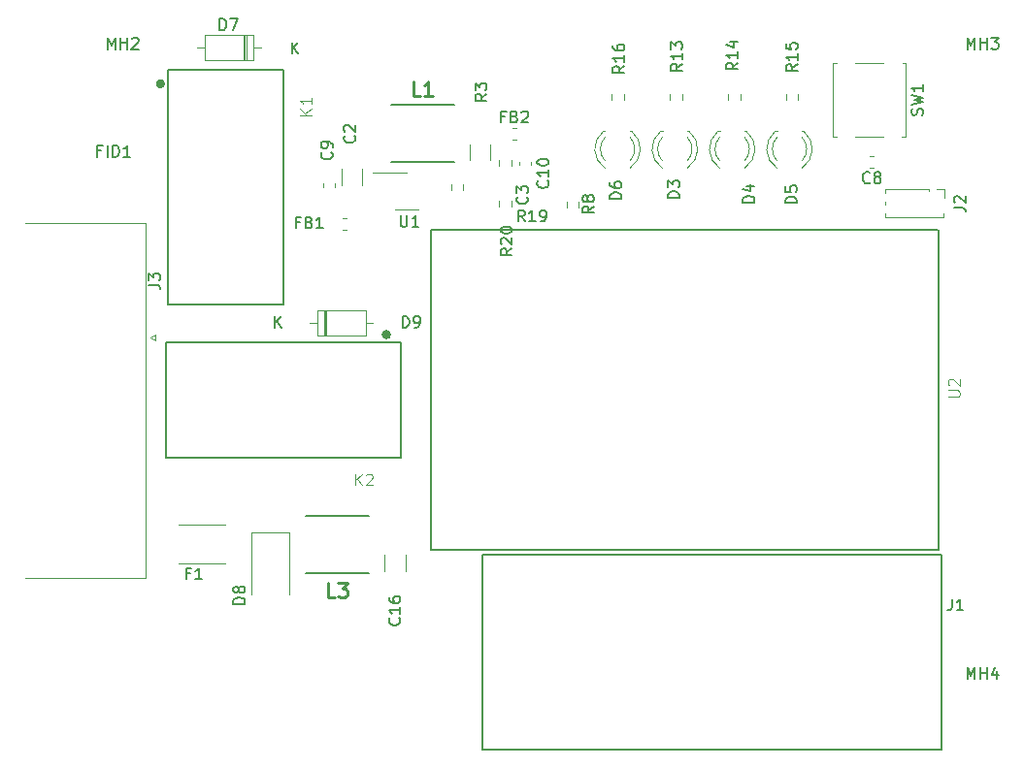
<source format=gbr>
%TF.GenerationSoftware,KiCad,Pcbnew,(5.1.6)-1*%
%TF.CreationDate,2020-11-25T15:36:35+01:00*%
%TF.ProjectId,Board,426f6172-642e-46b6-9963-61645f706362,rev?*%
%TF.SameCoordinates,Original*%
%TF.FileFunction,Legend,Top*%
%TF.FilePolarity,Positive*%
%FSLAX46Y46*%
G04 Gerber Fmt 4.6, Leading zero omitted, Abs format (unit mm)*
G04 Created by KiCad (PCBNEW (5.1.6)-1) date 2020-11-25 15:36:35*
%MOMM*%
%LPD*%
G01*
G04 APERTURE LIST*
%ADD10C,0.120000*%
%ADD11C,0.127000*%
%ADD12C,0.152400*%
%ADD13C,0.400000*%
%ADD14C,0.200000*%
%ADD15C,0.150000*%
%ADD16C,0.015000*%
%ADD17C,0.254000*%
G04 APERTURE END LIST*
D10*
%TO.C,D9*%
X64780000Y-86180000D02*
X64780000Y-88420000D01*
X64780000Y-88420000D02*
X69020000Y-88420000D01*
X69020000Y-88420000D02*
X69020000Y-86180000D01*
X69020000Y-86180000D02*
X64780000Y-86180000D01*
X64130000Y-87300000D02*
X64780000Y-87300000D01*
X69670000Y-87300000D02*
X69020000Y-87300000D01*
X65500000Y-86180000D02*
X65500000Y-88420000D01*
X65620000Y-86180000D02*
X65620000Y-88420000D01*
X65380000Y-86180000D02*
X65380000Y-88420000D01*
D11*
%TO.C,U2*%
X119000000Y-79220000D02*
X119000000Y-107120000D01*
X74732000Y-79200000D02*
X118928000Y-79220000D01*
X74760000Y-107140000D02*
X74760000Y-79220000D01*
X119000000Y-107120000D02*
X74760000Y-107140000D01*
D10*
%TO.C,J3*%
X39320000Y-78605000D02*
X49800000Y-78605000D01*
X49800000Y-78605000D02*
X49800000Y-109575000D01*
X49800000Y-109575000D02*
X39320000Y-109575000D01*
X50694338Y-88300000D02*
X50694338Y-88800000D01*
X50694338Y-88800000D02*
X50261325Y-88550000D01*
X50261325Y-88550000D02*
X50694338Y-88300000D01*
D12*
%TO.C,J1*%
X119230000Y-124580000D02*
X119230000Y-107580000D01*
X119230000Y-124580000D02*
X79230000Y-124580000D01*
X119230000Y-107580000D02*
X79230000Y-107580000D01*
X79230000Y-124580000D02*
X79230000Y-107580000D01*
D13*
%TO.C,K2*%
X71040000Y-88330000D02*
G75*
G03*
X71040000Y-88330000I-200000J0D01*
G01*
D11*
X72100000Y-88990000D02*
X72100000Y-99090000D01*
X72100000Y-99090000D02*
X51600000Y-99090000D01*
X51600000Y-99090000D02*
X51600000Y-88990000D01*
X51600000Y-88990000D02*
X72100000Y-88990000D01*
D14*
%TO.C,L1*%
X71220000Y-73270000D02*
X76720000Y-73270000D01*
X76720000Y-68270000D02*
X71220000Y-68270000D01*
%TO.C,L3*%
X63790000Y-109170000D02*
X69290000Y-109170000D01*
X69290000Y-104170000D02*
X63790000Y-104170000D01*
D10*
%TO.C,U1*%
X72620000Y-74150000D02*
X69620000Y-74150000D01*
X73620000Y-77390000D02*
X71620000Y-77390000D01*
%TO.C,R20*%
X80686500Y-76615276D02*
X80686500Y-77124724D01*
X81731500Y-76615276D02*
X81731500Y-77124724D01*
%TO.C,R19*%
X80686500Y-73115276D02*
X80686500Y-73624724D01*
X81731500Y-73115276D02*
X81731500Y-73624724D01*
%TO.C,R16*%
X91532500Y-67814724D02*
X91532500Y-67305276D01*
X90487500Y-67814724D02*
X90487500Y-67305276D01*
%TO.C,R15*%
X106762500Y-67822224D02*
X106762500Y-67312776D01*
X105717500Y-67822224D02*
X105717500Y-67312776D01*
%TO.C,R14*%
X101692500Y-67812224D02*
X101692500Y-67302776D01*
X100647500Y-67812224D02*
X100647500Y-67302776D01*
%TO.C,R13*%
X96612500Y-67812224D02*
X96612500Y-67302776D01*
X95567500Y-67812224D02*
X95567500Y-67302776D01*
%TO.C,R8*%
X86537500Y-76705276D02*
X86537500Y-77214724D01*
X87582500Y-76705276D02*
X87582500Y-77214724D01*
%TO.C,R3*%
X77542500Y-75712224D02*
X77542500Y-75202776D01*
X76497500Y-75712224D02*
X76497500Y-75202776D01*
%TO.C,C10*%
X82410000Y-73223733D02*
X82410000Y-73516267D01*
X83430000Y-73223733D02*
X83430000Y-73516267D01*
%TO.C,C9*%
X66320000Y-75423767D02*
X66320000Y-75131233D01*
X65300000Y-75423767D02*
X65300000Y-75131233D01*
%TO.C,C8*%
X113326267Y-72740000D02*
X113033733Y-72740000D01*
X113326267Y-73760000D02*
X113033733Y-73760000D01*
%TO.C,FB2*%
X82166267Y-70260000D02*
X81823733Y-70260000D01*
X82166267Y-71280000D02*
X81823733Y-71280000D01*
%TO.C,FB1*%
X67356267Y-78130000D02*
X67013733Y-78130000D01*
X67356267Y-79150000D02*
X67013733Y-79150000D01*
%TO.C,C16*%
X70690000Y-107528748D02*
X70690000Y-108951252D01*
X72510000Y-107528748D02*
X72510000Y-108951252D01*
%TO.C,C3*%
X78110000Y-71701248D02*
X78110000Y-73123752D01*
X79930000Y-71701248D02*
X79930000Y-73123752D01*
%TO.C,C2*%
X68720000Y-75288752D02*
X68720000Y-73866248D01*
X66900000Y-75288752D02*
X66900000Y-73866248D01*
%TO.C,F1*%
X56804564Y-104880000D02*
X52700436Y-104880000D01*
X56804564Y-108300000D02*
X52700436Y-108300000D01*
%TO.C,D8*%
X62350000Y-105590000D02*
X62350000Y-110990000D01*
X59050000Y-105590000D02*
X59050000Y-110990000D01*
X62350000Y-105590000D02*
X59050000Y-105590000D01*
D11*
%TO.C,K1*%
X51790000Y-85670000D02*
X51790000Y-65170000D01*
X61890000Y-85670000D02*
X51790000Y-85670000D01*
X61890000Y-65170000D02*
X61890000Y-85670000D01*
X51790000Y-65170000D02*
X61890000Y-65170000D01*
D13*
X51330000Y-66430000D02*
G75*
G03*
X51330000Y-66430000I-200000J0D01*
G01*
D10*
%TO.C,D7*%
X58620000Y-64370000D02*
X58620000Y-62130000D01*
X58380000Y-64370000D02*
X58380000Y-62130000D01*
X58500000Y-64370000D02*
X58500000Y-62130000D01*
X54330000Y-63250000D02*
X54980000Y-63250000D01*
X59870000Y-63250000D02*
X59220000Y-63250000D01*
X54980000Y-64370000D02*
X59220000Y-64370000D01*
X54980000Y-62130000D02*
X54980000Y-64370000D01*
X59220000Y-62130000D02*
X54980000Y-62130000D01*
X59220000Y-64370000D02*
X59220000Y-62130000D01*
%TO.C,D6*%
X89920000Y-70570000D02*
X89764000Y-70570000D01*
X92236000Y-70570000D02*
X92080000Y-70570000D01*
X92078608Y-73802335D02*
G75*
G03*
X92235516Y-70570000I-1078608J1672335D01*
G01*
X89921392Y-73802335D02*
G75*
G02*
X89764484Y-70570000I1078608J1672335D01*
G01*
X92079837Y-73171130D02*
G75*
G03*
X92080000Y-71089039I-1079837J1041130D01*
G01*
X89920163Y-73171130D02*
G75*
G02*
X89920000Y-71089039I1079837J1041130D01*
G01*
%TO.C,SW1*%
X111750000Y-71040000D02*
X114150000Y-71040000D01*
X109740000Y-71040000D02*
X110150000Y-71040000D01*
X109740000Y-64620000D02*
X109740000Y-71040000D01*
X110150000Y-64620000D02*
X109740000Y-64620000D01*
X114150000Y-64620000D02*
X111750000Y-64620000D01*
X116160000Y-64620000D02*
X115880000Y-64620000D01*
X116160000Y-71040000D02*
X116160000Y-64620000D01*
X115750000Y-71040000D02*
X116160000Y-71040000D01*
%TO.C,J2*%
X119555000Y-75660000D02*
X119555000Y-76370000D01*
X118870000Y-75660000D02*
X119555000Y-75660000D01*
X119430000Y-77764493D02*
X119430000Y-78080000D01*
X118185000Y-75660000D02*
X118185000Y-75761724D01*
X119430000Y-78080000D02*
X114310000Y-78080000D01*
X118185000Y-75660000D02*
X114310000Y-75660000D01*
X114310000Y-76764493D02*
X114310000Y-76975507D01*
X114310000Y-77764493D02*
X114310000Y-78080000D01*
X114310000Y-75660000D02*
X114310000Y-75975507D01*
%TO.C,D5*%
X104920000Y-70570000D02*
X104764000Y-70570000D01*
X107236000Y-70570000D02*
X107080000Y-70570000D01*
X107078608Y-73802335D02*
G75*
G03*
X107235516Y-70570000I-1078608J1672335D01*
G01*
X104921392Y-73802335D02*
G75*
G02*
X104764484Y-70570000I1078608J1672335D01*
G01*
X107079837Y-73171130D02*
G75*
G03*
X107080000Y-71089039I-1079837J1041130D01*
G01*
X104920163Y-73171130D02*
G75*
G02*
X104920000Y-71089039I1079837J1041130D01*
G01*
%TO.C,D4*%
X99920000Y-70570000D02*
X99764000Y-70570000D01*
X102236000Y-70570000D02*
X102080000Y-70570000D01*
X102078608Y-73802335D02*
G75*
G03*
X102235516Y-70570000I-1078608J1672335D01*
G01*
X99921392Y-73802335D02*
G75*
G02*
X99764484Y-70570000I1078608J1672335D01*
G01*
X102079837Y-73171130D02*
G75*
G03*
X102080000Y-71089039I-1079837J1041130D01*
G01*
X99920163Y-73171130D02*
G75*
G02*
X99920000Y-71089039I1079837J1041130D01*
G01*
%TO.C,D3*%
X94920000Y-70570000D02*
X94764000Y-70570000D01*
X97236000Y-70570000D02*
X97080000Y-70570000D01*
X97078608Y-73802335D02*
G75*
G03*
X97235516Y-70570000I-1078608J1672335D01*
G01*
X94921392Y-73802335D02*
G75*
G02*
X94764484Y-70570000I1078608J1672335D01*
G01*
X97079837Y-73171130D02*
G75*
G03*
X97080000Y-71089039I-1079837J1041130D01*
G01*
X94920163Y-73171130D02*
G75*
G02*
X94920000Y-71089039I1079837J1041130D01*
G01*
%TO.C,FID1*%
D15*
X45968571Y-72278571D02*
X45635238Y-72278571D01*
X45635238Y-72802380D02*
X45635238Y-71802380D01*
X46111428Y-71802380D01*
X46492380Y-72802380D02*
X46492380Y-71802380D01*
X46968571Y-72802380D02*
X46968571Y-71802380D01*
X47206666Y-71802380D01*
X47349523Y-71850000D01*
X47444761Y-71945238D01*
X47492380Y-72040476D01*
X47540000Y-72230952D01*
X47540000Y-72373809D01*
X47492380Y-72564285D01*
X47444761Y-72659523D01*
X47349523Y-72754761D01*
X47206666Y-72802380D01*
X46968571Y-72802380D01*
X48492380Y-72802380D02*
X47920952Y-72802380D01*
X48206666Y-72802380D02*
X48206666Y-71802380D01*
X48111428Y-71945238D01*
X48016190Y-72040476D01*
X47920952Y-72088095D01*
%TO.C,MH4*%
X121506666Y-118402380D02*
X121506666Y-117402380D01*
X121840000Y-118116666D01*
X122173333Y-117402380D01*
X122173333Y-118402380D01*
X122649523Y-118402380D02*
X122649523Y-117402380D01*
X122649523Y-117878571D02*
X123220952Y-117878571D01*
X123220952Y-118402380D02*
X123220952Y-117402380D01*
X124125714Y-117735714D02*
X124125714Y-118402380D01*
X123887619Y-117354761D02*
X123649523Y-118069047D01*
X124268571Y-118069047D01*
%TO.C,MH3*%
X121506666Y-63402380D02*
X121506666Y-62402380D01*
X121840000Y-63116666D01*
X122173333Y-62402380D01*
X122173333Y-63402380D01*
X122649523Y-63402380D02*
X122649523Y-62402380D01*
X122649523Y-62878571D02*
X123220952Y-62878571D01*
X123220952Y-63402380D02*
X123220952Y-62402380D01*
X123601904Y-62402380D02*
X124220952Y-62402380D01*
X123887619Y-62783333D01*
X124030476Y-62783333D01*
X124125714Y-62830952D01*
X124173333Y-62878571D01*
X124220952Y-62973809D01*
X124220952Y-63211904D01*
X124173333Y-63307142D01*
X124125714Y-63354761D01*
X124030476Y-63402380D01*
X123744761Y-63402380D01*
X123649523Y-63354761D01*
X123601904Y-63307142D01*
%TO.C,MH2*%
X46506666Y-63402380D02*
X46506666Y-62402380D01*
X46840000Y-63116666D01*
X47173333Y-62402380D01*
X47173333Y-63402380D01*
X47649523Y-63402380D02*
X47649523Y-62402380D01*
X47649523Y-62878571D02*
X48220952Y-62878571D01*
X48220952Y-63402380D02*
X48220952Y-62402380D01*
X48649523Y-62497619D02*
X48697142Y-62450000D01*
X48792380Y-62402380D01*
X49030476Y-62402380D01*
X49125714Y-62450000D01*
X49173333Y-62497619D01*
X49220952Y-62592857D01*
X49220952Y-62688095D01*
X49173333Y-62830952D01*
X48601904Y-63402380D01*
X49220952Y-63402380D01*
%TO.C,D9*%
X72251904Y-87702380D02*
X72251904Y-86702380D01*
X72490000Y-86702380D01*
X72632857Y-86750000D01*
X72728095Y-86845238D01*
X72775714Y-86940476D01*
X72823333Y-87130952D01*
X72823333Y-87273809D01*
X72775714Y-87464285D01*
X72728095Y-87559523D01*
X72632857Y-87654761D01*
X72490000Y-87702380D01*
X72251904Y-87702380D01*
X73299523Y-87702380D02*
X73490000Y-87702380D01*
X73585238Y-87654761D01*
X73632857Y-87607142D01*
X73728095Y-87464285D01*
X73775714Y-87273809D01*
X73775714Y-86892857D01*
X73728095Y-86797619D01*
X73680476Y-86750000D01*
X73585238Y-86702380D01*
X73394761Y-86702380D01*
X73299523Y-86750000D01*
X73251904Y-86797619D01*
X73204285Y-86892857D01*
X73204285Y-87130952D01*
X73251904Y-87226190D01*
X73299523Y-87273809D01*
X73394761Y-87321428D01*
X73585238Y-87321428D01*
X73680476Y-87273809D01*
X73728095Y-87226190D01*
X73775714Y-87130952D01*
X61128095Y-87752380D02*
X61128095Y-86752380D01*
X61699523Y-87752380D02*
X61270952Y-87180952D01*
X61699523Y-86752380D02*
X61128095Y-87323809D01*
%TO.C,U2*%
D16*
X119842169Y-93762198D02*
X120652005Y-93762198D01*
X120747280Y-93714561D01*
X120794918Y-93666924D01*
X120842555Y-93571649D01*
X120842555Y-93381099D01*
X120794918Y-93285824D01*
X120747280Y-93238187D01*
X120652005Y-93190549D01*
X119842169Y-93190549D01*
X119937444Y-92761812D02*
X119889807Y-92714175D01*
X119842169Y-92618900D01*
X119842169Y-92380713D01*
X119889807Y-92285438D01*
X119937444Y-92237801D01*
X120032719Y-92190163D01*
X120127994Y-92190163D01*
X120270906Y-92237801D01*
X120842555Y-92809450D01*
X120842555Y-92190163D01*
%TO.C,J3*%
D15*
X50092380Y-83983333D02*
X50806666Y-83983333D01*
X50949523Y-84030952D01*
X51044761Y-84126190D01*
X51092380Y-84269047D01*
X51092380Y-84364285D01*
X50092380Y-83602380D02*
X50092380Y-82983333D01*
X50473333Y-83316666D01*
X50473333Y-83173809D01*
X50520952Y-83078571D01*
X50568571Y-83030952D01*
X50663809Y-82983333D01*
X50901904Y-82983333D01*
X50997142Y-83030952D01*
X51044761Y-83078571D01*
X51092380Y-83173809D01*
X51092380Y-83459523D01*
X51044761Y-83554761D01*
X50997142Y-83602380D01*
%TO.C,J1*%
X120156666Y-111402380D02*
X120156666Y-112116666D01*
X120109047Y-112259523D01*
X120013809Y-112354761D01*
X119870952Y-112402380D01*
X119775714Y-112402380D01*
X121156666Y-112402380D02*
X120585238Y-112402380D01*
X120870952Y-112402380D02*
X120870952Y-111402380D01*
X120775714Y-111545238D01*
X120680476Y-111640476D01*
X120585238Y-111688095D01*
%TO.C,K2*%
D16*
X68107726Y-101490284D02*
X68107726Y-100488552D01*
X68680144Y-101490284D02*
X68250830Y-100917866D01*
X68680144Y-100488552D02*
X68107726Y-101060970D01*
X69061756Y-100583955D02*
X69109458Y-100536254D01*
X69204861Y-100488552D01*
X69443369Y-100488552D01*
X69538772Y-100536254D01*
X69586473Y-100583955D01*
X69634175Y-100679358D01*
X69634175Y-100774761D01*
X69586473Y-100917866D01*
X69014055Y-101490284D01*
X69634175Y-101490284D01*
%TO.C,L1*%
D17*
X73778333Y-67474523D02*
X73173571Y-67474523D01*
X73173571Y-66204523D01*
X74866904Y-67474523D02*
X74141190Y-67474523D01*
X74504047Y-67474523D02*
X74504047Y-66204523D01*
X74383095Y-66385952D01*
X74262142Y-66506904D01*
X74141190Y-66567380D01*
%TO.C,L3*%
X66328333Y-111274523D02*
X65723571Y-111274523D01*
X65723571Y-110004523D01*
X66630714Y-110004523D02*
X67416904Y-110004523D01*
X66993571Y-110488333D01*
X67175000Y-110488333D01*
X67295952Y-110548809D01*
X67356428Y-110609285D01*
X67416904Y-110730238D01*
X67416904Y-111032619D01*
X67356428Y-111153571D01*
X67295952Y-111214047D01*
X67175000Y-111274523D01*
X66812142Y-111274523D01*
X66691190Y-111214047D01*
X66630714Y-111153571D01*
%TO.C,U1*%
D15*
X72078095Y-77902380D02*
X72078095Y-78711904D01*
X72125714Y-78807142D01*
X72173333Y-78854761D01*
X72268571Y-78902380D01*
X72459047Y-78902380D01*
X72554285Y-78854761D01*
X72601904Y-78807142D01*
X72649523Y-78711904D01*
X72649523Y-77902380D01*
X73649523Y-78902380D02*
X73078095Y-78902380D01*
X73363809Y-78902380D02*
X73363809Y-77902380D01*
X73268571Y-78045238D01*
X73173333Y-78140476D01*
X73078095Y-78188095D01*
%TO.C,R20*%
X81788380Y-80814857D02*
X81312190Y-81148190D01*
X81788380Y-81386285D02*
X80788380Y-81386285D01*
X80788380Y-81005333D01*
X80836000Y-80910095D01*
X80883619Y-80862476D01*
X80978857Y-80814857D01*
X81121714Y-80814857D01*
X81216952Y-80862476D01*
X81264571Y-80910095D01*
X81312190Y-81005333D01*
X81312190Y-81386285D01*
X80883619Y-80433904D02*
X80836000Y-80386285D01*
X80788380Y-80291047D01*
X80788380Y-80052952D01*
X80836000Y-79957714D01*
X80883619Y-79910095D01*
X80978857Y-79862476D01*
X81074095Y-79862476D01*
X81216952Y-79910095D01*
X81788380Y-80481523D01*
X81788380Y-79862476D01*
X80788380Y-79243428D02*
X80788380Y-79148190D01*
X80836000Y-79052952D01*
X80883619Y-79005333D01*
X80978857Y-78957714D01*
X81169333Y-78910095D01*
X81407428Y-78910095D01*
X81597904Y-78957714D01*
X81693142Y-79005333D01*
X81740761Y-79052952D01*
X81788380Y-79148190D01*
X81788380Y-79243428D01*
X81740761Y-79338666D01*
X81693142Y-79386285D01*
X81597904Y-79433904D01*
X81407428Y-79481523D01*
X81169333Y-79481523D01*
X80978857Y-79433904D01*
X80883619Y-79386285D01*
X80836000Y-79338666D01*
X80788380Y-79243428D01*
%TO.C,R19*%
X82897142Y-78452380D02*
X82563809Y-77976190D01*
X82325714Y-78452380D02*
X82325714Y-77452380D01*
X82706666Y-77452380D01*
X82801904Y-77500000D01*
X82849523Y-77547619D01*
X82897142Y-77642857D01*
X82897142Y-77785714D01*
X82849523Y-77880952D01*
X82801904Y-77928571D01*
X82706666Y-77976190D01*
X82325714Y-77976190D01*
X83849523Y-78452380D02*
X83278095Y-78452380D01*
X83563809Y-78452380D02*
X83563809Y-77452380D01*
X83468571Y-77595238D01*
X83373333Y-77690476D01*
X83278095Y-77738095D01*
X84325714Y-78452380D02*
X84516190Y-78452380D01*
X84611428Y-78404761D01*
X84659047Y-78357142D01*
X84754285Y-78214285D01*
X84801904Y-78023809D01*
X84801904Y-77642857D01*
X84754285Y-77547619D01*
X84706666Y-77500000D01*
X84611428Y-77452380D01*
X84420952Y-77452380D01*
X84325714Y-77500000D01*
X84278095Y-77547619D01*
X84230476Y-77642857D01*
X84230476Y-77880952D01*
X84278095Y-77976190D01*
X84325714Y-78023809D01*
X84420952Y-78071428D01*
X84611428Y-78071428D01*
X84706666Y-78023809D01*
X84754285Y-77976190D01*
X84801904Y-77880952D01*
%TO.C,R16*%
X91592380Y-64892857D02*
X91116190Y-65226190D01*
X91592380Y-65464285D02*
X90592380Y-65464285D01*
X90592380Y-65083333D01*
X90640000Y-64988095D01*
X90687619Y-64940476D01*
X90782857Y-64892857D01*
X90925714Y-64892857D01*
X91020952Y-64940476D01*
X91068571Y-64988095D01*
X91116190Y-65083333D01*
X91116190Y-65464285D01*
X91592380Y-63940476D02*
X91592380Y-64511904D01*
X91592380Y-64226190D02*
X90592380Y-64226190D01*
X90735238Y-64321428D01*
X90830476Y-64416666D01*
X90878095Y-64511904D01*
X90592380Y-63083333D02*
X90592380Y-63273809D01*
X90640000Y-63369047D01*
X90687619Y-63416666D01*
X90830476Y-63511904D01*
X91020952Y-63559523D01*
X91401904Y-63559523D01*
X91497142Y-63511904D01*
X91544761Y-63464285D01*
X91592380Y-63369047D01*
X91592380Y-63178571D01*
X91544761Y-63083333D01*
X91497142Y-63035714D01*
X91401904Y-62988095D01*
X91163809Y-62988095D01*
X91068571Y-63035714D01*
X91020952Y-63083333D01*
X90973333Y-63178571D01*
X90973333Y-63369047D01*
X91020952Y-63464285D01*
X91068571Y-63511904D01*
X91163809Y-63559523D01*
%TO.C,R15*%
X106692380Y-64742857D02*
X106216190Y-65076190D01*
X106692380Y-65314285D02*
X105692380Y-65314285D01*
X105692380Y-64933333D01*
X105740000Y-64838095D01*
X105787619Y-64790476D01*
X105882857Y-64742857D01*
X106025714Y-64742857D01*
X106120952Y-64790476D01*
X106168571Y-64838095D01*
X106216190Y-64933333D01*
X106216190Y-65314285D01*
X106692380Y-63790476D02*
X106692380Y-64361904D01*
X106692380Y-64076190D02*
X105692380Y-64076190D01*
X105835238Y-64171428D01*
X105930476Y-64266666D01*
X105978095Y-64361904D01*
X105692380Y-62885714D02*
X105692380Y-63361904D01*
X106168571Y-63409523D01*
X106120952Y-63361904D01*
X106073333Y-63266666D01*
X106073333Y-63028571D01*
X106120952Y-62933333D01*
X106168571Y-62885714D01*
X106263809Y-62838095D01*
X106501904Y-62838095D01*
X106597142Y-62885714D01*
X106644761Y-62933333D01*
X106692380Y-63028571D01*
X106692380Y-63266666D01*
X106644761Y-63361904D01*
X106597142Y-63409523D01*
%TO.C,R14*%
X101492380Y-64592857D02*
X101016190Y-64926190D01*
X101492380Y-65164285D02*
X100492380Y-65164285D01*
X100492380Y-64783333D01*
X100540000Y-64688095D01*
X100587619Y-64640476D01*
X100682857Y-64592857D01*
X100825714Y-64592857D01*
X100920952Y-64640476D01*
X100968571Y-64688095D01*
X101016190Y-64783333D01*
X101016190Y-65164285D01*
X101492380Y-63640476D02*
X101492380Y-64211904D01*
X101492380Y-63926190D02*
X100492380Y-63926190D01*
X100635238Y-64021428D01*
X100730476Y-64116666D01*
X100778095Y-64211904D01*
X100825714Y-62783333D02*
X101492380Y-62783333D01*
X100444761Y-63021428D02*
X101159047Y-63259523D01*
X101159047Y-62640476D01*
%TO.C,R13*%
X96642380Y-64692857D02*
X96166190Y-65026190D01*
X96642380Y-65264285D02*
X95642380Y-65264285D01*
X95642380Y-64883333D01*
X95690000Y-64788095D01*
X95737619Y-64740476D01*
X95832857Y-64692857D01*
X95975714Y-64692857D01*
X96070952Y-64740476D01*
X96118571Y-64788095D01*
X96166190Y-64883333D01*
X96166190Y-65264285D01*
X96642380Y-63740476D02*
X96642380Y-64311904D01*
X96642380Y-64026190D02*
X95642380Y-64026190D01*
X95785238Y-64121428D01*
X95880476Y-64216666D01*
X95928095Y-64311904D01*
X95642380Y-63407142D02*
X95642380Y-62788095D01*
X96023333Y-63121428D01*
X96023333Y-62978571D01*
X96070952Y-62883333D01*
X96118571Y-62835714D01*
X96213809Y-62788095D01*
X96451904Y-62788095D01*
X96547142Y-62835714D01*
X96594761Y-62883333D01*
X96642380Y-62978571D01*
X96642380Y-63264285D01*
X96594761Y-63359523D01*
X96547142Y-63407142D01*
%TO.C,R8*%
X88942380Y-77126666D02*
X88466190Y-77460000D01*
X88942380Y-77698095D02*
X87942380Y-77698095D01*
X87942380Y-77317142D01*
X87990000Y-77221904D01*
X88037619Y-77174285D01*
X88132857Y-77126666D01*
X88275714Y-77126666D01*
X88370952Y-77174285D01*
X88418571Y-77221904D01*
X88466190Y-77317142D01*
X88466190Y-77698095D01*
X88370952Y-76555238D02*
X88323333Y-76650476D01*
X88275714Y-76698095D01*
X88180476Y-76745714D01*
X88132857Y-76745714D01*
X88037619Y-76698095D01*
X87990000Y-76650476D01*
X87942380Y-76555238D01*
X87942380Y-76364761D01*
X87990000Y-76269523D01*
X88037619Y-76221904D01*
X88132857Y-76174285D01*
X88180476Y-76174285D01*
X88275714Y-76221904D01*
X88323333Y-76269523D01*
X88370952Y-76364761D01*
X88370952Y-76555238D01*
X88418571Y-76650476D01*
X88466190Y-76698095D01*
X88561428Y-76745714D01*
X88751904Y-76745714D01*
X88847142Y-76698095D01*
X88894761Y-76650476D01*
X88942380Y-76555238D01*
X88942380Y-76364761D01*
X88894761Y-76269523D01*
X88847142Y-76221904D01*
X88751904Y-76174285D01*
X88561428Y-76174285D01*
X88466190Y-76221904D01*
X88418571Y-76269523D01*
X88370952Y-76364761D01*
%TO.C,R3*%
X79592380Y-67316666D02*
X79116190Y-67650000D01*
X79592380Y-67888095D02*
X78592380Y-67888095D01*
X78592380Y-67507142D01*
X78640000Y-67411904D01*
X78687619Y-67364285D01*
X78782857Y-67316666D01*
X78925714Y-67316666D01*
X79020952Y-67364285D01*
X79068571Y-67411904D01*
X79116190Y-67507142D01*
X79116190Y-67888095D01*
X78592380Y-66983333D02*
X78592380Y-66364285D01*
X78973333Y-66697619D01*
X78973333Y-66554761D01*
X79020952Y-66459523D01*
X79068571Y-66411904D01*
X79163809Y-66364285D01*
X79401904Y-66364285D01*
X79497142Y-66411904D01*
X79544761Y-66459523D01*
X79592380Y-66554761D01*
X79592380Y-66840476D01*
X79544761Y-66935714D01*
X79497142Y-66983333D01*
%TO.C,C10*%
X84897142Y-74892857D02*
X84944761Y-74940476D01*
X84992380Y-75083333D01*
X84992380Y-75178571D01*
X84944761Y-75321428D01*
X84849523Y-75416666D01*
X84754285Y-75464285D01*
X84563809Y-75511904D01*
X84420952Y-75511904D01*
X84230476Y-75464285D01*
X84135238Y-75416666D01*
X84040000Y-75321428D01*
X83992380Y-75178571D01*
X83992380Y-75083333D01*
X84040000Y-74940476D01*
X84087619Y-74892857D01*
X84992380Y-73940476D02*
X84992380Y-74511904D01*
X84992380Y-74226190D02*
X83992380Y-74226190D01*
X84135238Y-74321428D01*
X84230476Y-74416666D01*
X84278095Y-74511904D01*
X83992380Y-73321428D02*
X83992380Y-73226190D01*
X84040000Y-73130952D01*
X84087619Y-73083333D01*
X84182857Y-73035714D01*
X84373333Y-72988095D01*
X84611428Y-72988095D01*
X84801904Y-73035714D01*
X84897142Y-73083333D01*
X84944761Y-73130952D01*
X84992380Y-73226190D01*
X84992380Y-73321428D01*
X84944761Y-73416666D01*
X84897142Y-73464285D01*
X84801904Y-73511904D01*
X84611428Y-73559523D01*
X84373333Y-73559523D01*
X84182857Y-73511904D01*
X84087619Y-73464285D01*
X84040000Y-73416666D01*
X83992380Y-73321428D01*
%TO.C,C9*%
X66040142Y-72422666D02*
X66087761Y-72470285D01*
X66135380Y-72613142D01*
X66135380Y-72708380D01*
X66087761Y-72851238D01*
X65992523Y-72946476D01*
X65897285Y-72994095D01*
X65706809Y-73041714D01*
X65563952Y-73041714D01*
X65373476Y-72994095D01*
X65278238Y-72946476D01*
X65183000Y-72851238D01*
X65135380Y-72708380D01*
X65135380Y-72613142D01*
X65183000Y-72470285D01*
X65230619Y-72422666D01*
X66135380Y-71946476D02*
X66135380Y-71756000D01*
X66087761Y-71660761D01*
X66040142Y-71613142D01*
X65897285Y-71517904D01*
X65706809Y-71470285D01*
X65325857Y-71470285D01*
X65230619Y-71517904D01*
X65183000Y-71565523D01*
X65135380Y-71660761D01*
X65135380Y-71851238D01*
X65183000Y-71946476D01*
X65230619Y-71994095D01*
X65325857Y-72041714D01*
X65563952Y-72041714D01*
X65659190Y-71994095D01*
X65706809Y-71946476D01*
X65754428Y-71851238D01*
X65754428Y-71660761D01*
X65706809Y-71565523D01*
X65659190Y-71517904D01*
X65563952Y-71470285D01*
%TO.C,C8*%
X113013333Y-75037142D02*
X112965714Y-75084761D01*
X112822857Y-75132380D01*
X112727619Y-75132380D01*
X112584761Y-75084761D01*
X112489523Y-74989523D01*
X112441904Y-74894285D01*
X112394285Y-74703809D01*
X112394285Y-74560952D01*
X112441904Y-74370476D01*
X112489523Y-74275238D01*
X112584761Y-74180000D01*
X112727619Y-74132380D01*
X112822857Y-74132380D01*
X112965714Y-74180000D01*
X113013333Y-74227619D01*
X113584761Y-74560952D02*
X113489523Y-74513333D01*
X113441904Y-74465714D01*
X113394285Y-74370476D01*
X113394285Y-74322857D01*
X113441904Y-74227619D01*
X113489523Y-74180000D01*
X113584761Y-74132380D01*
X113775238Y-74132380D01*
X113870476Y-74180000D01*
X113918095Y-74227619D01*
X113965714Y-74322857D01*
X113965714Y-74370476D01*
X113918095Y-74465714D01*
X113870476Y-74513333D01*
X113775238Y-74560952D01*
X113584761Y-74560952D01*
X113489523Y-74608571D01*
X113441904Y-74656190D01*
X113394285Y-74751428D01*
X113394285Y-74941904D01*
X113441904Y-75037142D01*
X113489523Y-75084761D01*
X113584761Y-75132380D01*
X113775238Y-75132380D01*
X113870476Y-75084761D01*
X113918095Y-75037142D01*
X113965714Y-74941904D01*
X113965714Y-74751428D01*
X113918095Y-74656190D01*
X113870476Y-74608571D01*
X113775238Y-74560952D01*
%TO.C,FB2*%
X81161666Y-69301571D02*
X80828333Y-69301571D01*
X80828333Y-69825380D02*
X80828333Y-68825380D01*
X81304523Y-68825380D01*
X82018809Y-69301571D02*
X82161666Y-69349190D01*
X82209285Y-69396809D01*
X82256904Y-69492047D01*
X82256904Y-69634904D01*
X82209285Y-69730142D01*
X82161666Y-69777761D01*
X82066428Y-69825380D01*
X81685476Y-69825380D01*
X81685476Y-68825380D01*
X82018809Y-68825380D01*
X82114047Y-68873000D01*
X82161666Y-68920619D01*
X82209285Y-69015857D01*
X82209285Y-69111095D01*
X82161666Y-69206333D01*
X82114047Y-69253952D01*
X82018809Y-69301571D01*
X81685476Y-69301571D01*
X82637857Y-68920619D02*
X82685476Y-68873000D01*
X82780714Y-68825380D01*
X83018809Y-68825380D01*
X83114047Y-68873000D01*
X83161666Y-68920619D01*
X83209285Y-69015857D01*
X83209285Y-69111095D01*
X83161666Y-69253952D01*
X82590238Y-69825380D01*
X83209285Y-69825380D01*
%TO.C,FB1*%
X63256666Y-78528571D02*
X62923333Y-78528571D01*
X62923333Y-79052380D02*
X62923333Y-78052380D01*
X63399523Y-78052380D01*
X64113809Y-78528571D02*
X64256666Y-78576190D01*
X64304285Y-78623809D01*
X64351904Y-78719047D01*
X64351904Y-78861904D01*
X64304285Y-78957142D01*
X64256666Y-79004761D01*
X64161428Y-79052380D01*
X63780476Y-79052380D01*
X63780476Y-78052380D01*
X64113809Y-78052380D01*
X64209047Y-78100000D01*
X64256666Y-78147619D01*
X64304285Y-78242857D01*
X64304285Y-78338095D01*
X64256666Y-78433333D01*
X64209047Y-78480952D01*
X64113809Y-78528571D01*
X63780476Y-78528571D01*
X65304285Y-79052380D02*
X64732857Y-79052380D01*
X65018571Y-79052380D02*
X65018571Y-78052380D01*
X64923333Y-78195238D01*
X64828095Y-78290476D01*
X64732857Y-78338095D01*
%TO.C,C16*%
X71957142Y-113073857D02*
X72004761Y-113121476D01*
X72052380Y-113264333D01*
X72052380Y-113359571D01*
X72004761Y-113502428D01*
X71909523Y-113597666D01*
X71814285Y-113645285D01*
X71623809Y-113692904D01*
X71480952Y-113692904D01*
X71290476Y-113645285D01*
X71195238Y-113597666D01*
X71100000Y-113502428D01*
X71052380Y-113359571D01*
X71052380Y-113264333D01*
X71100000Y-113121476D01*
X71147619Y-113073857D01*
X72052380Y-112121476D02*
X72052380Y-112692904D01*
X72052380Y-112407190D02*
X71052380Y-112407190D01*
X71195238Y-112502428D01*
X71290476Y-112597666D01*
X71338095Y-112692904D01*
X71052380Y-111264333D02*
X71052380Y-111454809D01*
X71100000Y-111550047D01*
X71147619Y-111597666D01*
X71290476Y-111692904D01*
X71480952Y-111740523D01*
X71861904Y-111740523D01*
X71957142Y-111692904D01*
X72004761Y-111645285D01*
X72052380Y-111550047D01*
X72052380Y-111359571D01*
X72004761Y-111264333D01*
X71957142Y-111216714D01*
X71861904Y-111169095D01*
X71623809Y-111169095D01*
X71528571Y-111216714D01*
X71480952Y-111264333D01*
X71433333Y-111359571D01*
X71433333Y-111550047D01*
X71480952Y-111645285D01*
X71528571Y-111692904D01*
X71623809Y-111740523D01*
%TO.C,C3*%
X83097142Y-76316666D02*
X83144761Y-76364285D01*
X83192380Y-76507142D01*
X83192380Y-76602380D01*
X83144761Y-76745238D01*
X83049523Y-76840476D01*
X82954285Y-76888095D01*
X82763809Y-76935714D01*
X82620952Y-76935714D01*
X82430476Y-76888095D01*
X82335238Y-76840476D01*
X82240000Y-76745238D01*
X82192380Y-76602380D01*
X82192380Y-76507142D01*
X82240000Y-76364285D01*
X82287619Y-76316666D01*
X82192380Y-75983333D02*
X82192380Y-75364285D01*
X82573333Y-75697619D01*
X82573333Y-75554761D01*
X82620952Y-75459523D01*
X82668571Y-75411904D01*
X82763809Y-75364285D01*
X83001904Y-75364285D01*
X83097142Y-75411904D01*
X83144761Y-75459523D01*
X83192380Y-75554761D01*
X83192380Y-75840476D01*
X83144761Y-75935714D01*
X83097142Y-75983333D01*
%TO.C,C2*%
X68040142Y-70972666D02*
X68087761Y-71020285D01*
X68135380Y-71163142D01*
X68135380Y-71258380D01*
X68087761Y-71401238D01*
X67992523Y-71496476D01*
X67897285Y-71544095D01*
X67706809Y-71591714D01*
X67563952Y-71591714D01*
X67373476Y-71544095D01*
X67278238Y-71496476D01*
X67183000Y-71401238D01*
X67135380Y-71258380D01*
X67135380Y-71163142D01*
X67183000Y-71020285D01*
X67230619Y-70972666D01*
X67230619Y-70591714D02*
X67183000Y-70544095D01*
X67135380Y-70448857D01*
X67135380Y-70210761D01*
X67183000Y-70115523D01*
X67230619Y-70067904D01*
X67325857Y-70020285D01*
X67421095Y-70020285D01*
X67563952Y-70067904D01*
X68135380Y-70639333D01*
X68135380Y-70020285D01*
%TO.C,F1*%
X53706666Y-109178571D02*
X53373333Y-109178571D01*
X53373333Y-109702380D02*
X53373333Y-108702380D01*
X53849523Y-108702380D01*
X54754285Y-109702380D02*
X54182857Y-109702380D01*
X54468571Y-109702380D02*
X54468571Y-108702380D01*
X54373333Y-108845238D01*
X54278095Y-108940476D01*
X54182857Y-108988095D01*
%TO.C,D8*%
X58492380Y-111838095D02*
X57492380Y-111838095D01*
X57492380Y-111600000D01*
X57540000Y-111457142D01*
X57635238Y-111361904D01*
X57730476Y-111314285D01*
X57920952Y-111266666D01*
X58063809Y-111266666D01*
X58254285Y-111314285D01*
X58349523Y-111361904D01*
X58444761Y-111457142D01*
X58492380Y-111600000D01*
X58492380Y-111838095D01*
X57920952Y-110695238D02*
X57873333Y-110790476D01*
X57825714Y-110838095D01*
X57730476Y-110885714D01*
X57682857Y-110885714D01*
X57587619Y-110838095D01*
X57540000Y-110790476D01*
X57492380Y-110695238D01*
X57492380Y-110504761D01*
X57540000Y-110409523D01*
X57587619Y-110361904D01*
X57682857Y-110314285D01*
X57730476Y-110314285D01*
X57825714Y-110361904D01*
X57873333Y-110409523D01*
X57920952Y-110504761D01*
X57920952Y-110695238D01*
X57968571Y-110790476D01*
X58016190Y-110838095D01*
X58111428Y-110885714D01*
X58301904Y-110885714D01*
X58397142Y-110838095D01*
X58444761Y-110790476D01*
X58492380Y-110695238D01*
X58492380Y-110504761D01*
X58444761Y-110409523D01*
X58397142Y-110361904D01*
X58301904Y-110314285D01*
X58111428Y-110314285D01*
X58016190Y-110361904D01*
X57968571Y-110409523D01*
X57920952Y-110504761D01*
%TO.C,K1*%
D16*
X64290284Y-69162273D02*
X63288552Y-69162273D01*
X64290284Y-68589855D02*
X63717866Y-69019169D01*
X63288552Y-68589855D02*
X63860970Y-69162273D01*
X64290284Y-67635824D02*
X64290284Y-68208243D01*
X64290284Y-67922034D02*
X63288552Y-67922034D01*
X63431657Y-68017437D01*
X63527060Y-68112840D01*
X63574761Y-68208243D01*
%TO.C,D7*%
D15*
X56301904Y-61752380D02*
X56301904Y-60752380D01*
X56540000Y-60752380D01*
X56682857Y-60800000D01*
X56778095Y-60895238D01*
X56825714Y-60990476D01*
X56873333Y-61180952D01*
X56873333Y-61323809D01*
X56825714Y-61514285D01*
X56778095Y-61609523D01*
X56682857Y-61704761D01*
X56540000Y-61752380D01*
X56301904Y-61752380D01*
X57206666Y-60752380D02*
X57873333Y-60752380D01*
X57444761Y-61752380D01*
X62578095Y-63802380D02*
X62578095Y-62802380D01*
X63149523Y-63802380D02*
X62720952Y-63230952D01*
X63149523Y-62802380D02*
X62578095Y-63373809D01*
%TO.C,D6*%
X91342380Y-76488095D02*
X90342380Y-76488095D01*
X90342380Y-76250000D01*
X90390000Y-76107142D01*
X90485238Y-76011904D01*
X90580476Y-75964285D01*
X90770952Y-75916666D01*
X90913809Y-75916666D01*
X91104285Y-75964285D01*
X91199523Y-76011904D01*
X91294761Y-76107142D01*
X91342380Y-76250000D01*
X91342380Y-76488095D01*
X90342380Y-75059523D02*
X90342380Y-75250000D01*
X90390000Y-75345238D01*
X90437619Y-75392857D01*
X90580476Y-75488095D01*
X90770952Y-75535714D01*
X91151904Y-75535714D01*
X91247142Y-75488095D01*
X91294761Y-75440476D01*
X91342380Y-75345238D01*
X91342380Y-75154761D01*
X91294761Y-75059523D01*
X91247142Y-75011904D01*
X91151904Y-74964285D01*
X90913809Y-74964285D01*
X90818571Y-75011904D01*
X90770952Y-75059523D01*
X90723333Y-75154761D01*
X90723333Y-75345238D01*
X90770952Y-75440476D01*
X90818571Y-75488095D01*
X90913809Y-75535714D01*
%TO.C,SW1*%
X117594761Y-69163333D02*
X117642380Y-69020476D01*
X117642380Y-68782380D01*
X117594761Y-68687142D01*
X117547142Y-68639523D01*
X117451904Y-68591904D01*
X117356666Y-68591904D01*
X117261428Y-68639523D01*
X117213809Y-68687142D01*
X117166190Y-68782380D01*
X117118571Y-68972857D01*
X117070952Y-69068095D01*
X117023333Y-69115714D01*
X116928095Y-69163333D01*
X116832857Y-69163333D01*
X116737619Y-69115714D01*
X116690000Y-69068095D01*
X116642380Y-68972857D01*
X116642380Y-68734761D01*
X116690000Y-68591904D01*
X116642380Y-68258571D02*
X117642380Y-68020476D01*
X116928095Y-67830000D01*
X117642380Y-67639523D01*
X116642380Y-67401428D01*
X117642380Y-66496666D02*
X117642380Y-67068095D01*
X117642380Y-66782380D02*
X116642380Y-66782380D01*
X116785238Y-66877619D01*
X116880476Y-66972857D01*
X116928095Y-67068095D01*
%TO.C,J2*%
X120342380Y-77233333D02*
X121056666Y-77233333D01*
X121199523Y-77280952D01*
X121294761Y-77376190D01*
X121342380Y-77519047D01*
X121342380Y-77614285D01*
X120437619Y-76804761D02*
X120390000Y-76757142D01*
X120342380Y-76661904D01*
X120342380Y-76423809D01*
X120390000Y-76328571D01*
X120437619Y-76280952D01*
X120532857Y-76233333D01*
X120628095Y-76233333D01*
X120770952Y-76280952D01*
X121342380Y-76852380D01*
X121342380Y-76233333D01*
%TO.C,D5*%
X106642380Y-76838095D02*
X105642380Y-76838095D01*
X105642380Y-76600000D01*
X105690000Y-76457142D01*
X105785238Y-76361904D01*
X105880476Y-76314285D01*
X106070952Y-76266666D01*
X106213809Y-76266666D01*
X106404285Y-76314285D01*
X106499523Y-76361904D01*
X106594761Y-76457142D01*
X106642380Y-76600000D01*
X106642380Y-76838095D01*
X105642380Y-75361904D02*
X105642380Y-75838095D01*
X106118571Y-75885714D01*
X106070952Y-75838095D01*
X106023333Y-75742857D01*
X106023333Y-75504761D01*
X106070952Y-75409523D01*
X106118571Y-75361904D01*
X106213809Y-75314285D01*
X106451904Y-75314285D01*
X106547142Y-75361904D01*
X106594761Y-75409523D01*
X106642380Y-75504761D01*
X106642380Y-75742857D01*
X106594761Y-75838095D01*
X106547142Y-75885714D01*
%TO.C,D4*%
X102942380Y-76788095D02*
X101942380Y-76788095D01*
X101942380Y-76550000D01*
X101990000Y-76407142D01*
X102085238Y-76311904D01*
X102180476Y-76264285D01*
X102370952Y-76216666D01*
X102513809Y-76216666D01*
X102704285Y-76264285D01*
X102799523Y-76311904D01*
X102894761Y-76407142D01*
X102942380Y-76550000D01*
X102942380Y-76788095D01*
X102275714Y-75359523D02*
X102942380Y-75359523D01*
X101894761Y-75597619D02*
X102609047Y-75835714D01*
X102609047Y-75216666D01*
%TO.C,D3*%
X96392380Y-76388095D02*
X95392380Y-76388095D01*
X95392380Y-76150000D01*
X95440000Y-76007142D01*
X95535238Y-75911904D01*
X95630476Y-75864285D01*
X95820952Y-75816666D01*
X95963809Y-75816666D01*
X96154285Y-75864285D01*
X96249523Y-75911904D01*
X96344761Y-76007142D01*
X96392380Y-76150000D01*
X96392380Y-76388095D01*
X95392380Y-75483333D02*
X95392380Y-74864285D01*
X95773333Y-75197619D01*
X95773333Y-75054761D01*
X95820952Y-74959523D01*
X95868571Y-74911904D01*
X95963809Y-74864285D01*
X96201904Y-74864285D01*
X96297142Y-74911904D01*
X96344761Y-74959523D01*
X96392380Y-75054761D01*
X96392380Y-75340476D01*
X96344761Y-75435714D01*
X96297142Y-75483333D01*
%TD*%
M02*

</source>
